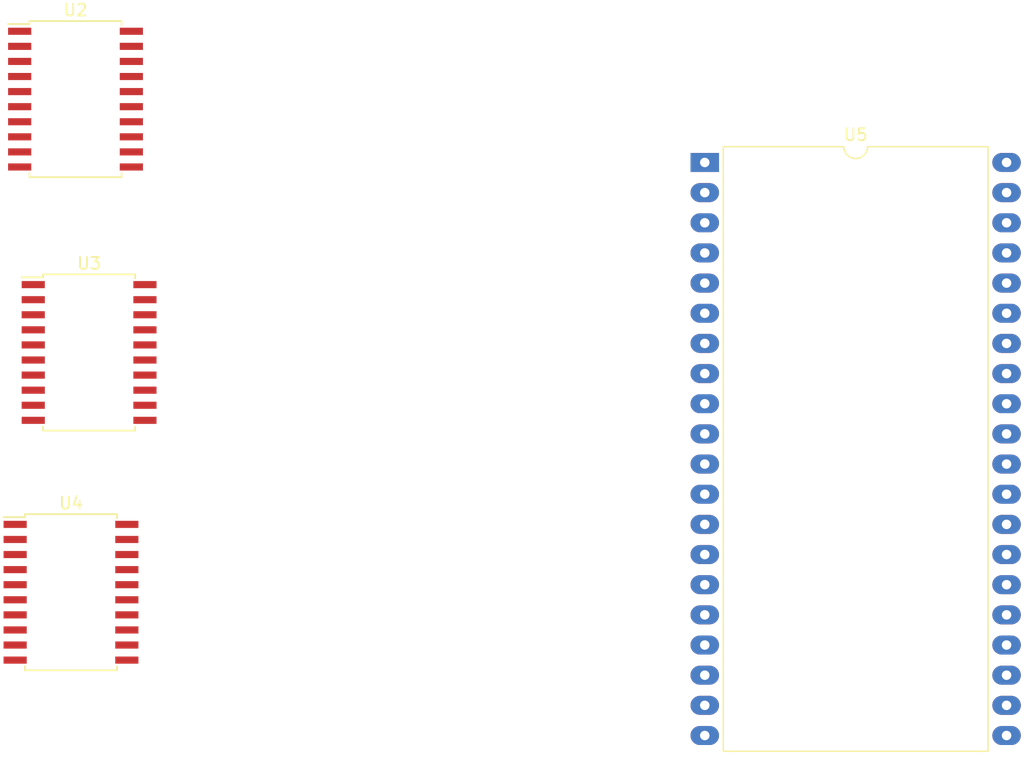
<source format=kicad_pcb>
(kicad_pcb (version 4) (host pcbnew 4.0.7)

  (general
    (links 43)
    (no_connects 43)
    (area 0 0 0 0)
    (thickness 1.6)
    (drawings 0)
    (tracks 0)
    (zones 0)
    (modules 4)
    (nets 58)
  )

  (page A4)
  (layers
    (0 F.Cu signal)
    (31 B.Cu signal)
    (32 B.Adhes user)
    (33 F.Adhes user)
    (34 B.Paste user)
    (35 F.Paste user)
    (36 B.SilkS user)
    (37 F.SilkS user)
    (38 B.Mask user)
    (39 F.Mask user)
    (40 Dwgs.User user)
    (41 Cmts.User user)
    (42 Eco1.User user)
    (43 Eco2.User user)
    (44 Edge.Cuts user)
    (45 Margin user)
    (46 B.CrtYd user)
    (47 F.CrtYd user)
    (48 B.Fab user)
    (49 F.Fab user)
  )

  (setup
    (last_trace_width 0.25)
    (trace_clearance 0.2)
    (zone_clearance 0.508)
    (zone_45_only no)
    (trace_min 0.2)
    (segment_width 0.2)
    (edge_width 0.15)
    (via_size 0.6)
    (via_drill 0.4)
    (via_min_size 0.4)
    (via_min_drill 0.3)
    (uvia_size 0.3)
    (uvia_drill 0.1)
    (uvias_allowed no)
    (uvia_min_size 0.2)
    (uvia_min_drill 0.1)
    (pcb_text_width 0.3)
    (pcb_text_size 1.5 1.5)
    (mod_edge_width 0.15)
    (mod_text_size 1 1)
    (mod_text_width 0.15)
    (pad_size 1.524 1.524)
    (pad_drill 0.762)
    (pad_to_mask_clearance 0.2)
    (aux_axis_origin 0 0)
    (visible_elements 7FFFFFFF)
    (pcbplotparams
      (layerselection 0x00030_80000001)
      (usegerberextensions false)
      (excludeedgelayer true)
      (linewidth 0.100000)
      (plotframeref false)
      (viasonmask false)
      (mode 1)
      (useauxorigin false)
      (hpglpennumber 1)
      (hpglpenspeed 20)
      (hpglpendiameter 15)
      (hpglpenoverlay 2)
      (psnegative false)
      (psa4output false)
      (plotreference true)
      (plotvalue true)
      (plotinvisibletext false)
      (padsonsilk false)
      (subtractmaskfromsilk false)
      (outputformat 1)
      (mirror false)
      (drillshape 1)
      (scaleselection 1)
      (outputdirectory ""))
  )

  (net 0 "")
  (net 1 GND)
  (net 2 /RC16)
  (net 3 /RC20)
  (net 4 /PHI2o)
  (net 5 /RC17)
  (net 6 /SYNC)
  (net 7 /RC18)
  (net 8 /RC19)
  (net 9 /RW)
  (net 10 /RC23)
  (net 11 /IRQ)
  (net 12 /NMI)
  (net 13 /RC22)
  (net 14 /RESET)
  (net 15 /RC21)
  (net 16 /PHI0)
  (net 17 /RDY)
  (net 18 VCC)
  (net 19 /D0)
  (net 20 /D1)
  (net 21 /D2)
  (net 22 /D3)
  (net 23 /D4)
  (net 24 /D5)
  (net 25 /D6)
  (net 26 /D7)
  (net 27 /RD7)
  (net 28 /RD6)
  (net 29 /RD5)
  (net 30 /RD4)
  (net 31 /RD3)
  (net 32 /RD2)
  (net 33 /RD1)
  (net 34 /RD0)
  (net 35 /RC25)
  (net 36 /A7)
  (net 37 /A6)
  (net 38 /A5)
  (net 39 /A4)
  (net 40 /A3)
  (net 41 /A2)
  (net 42 /A1)
  (net 43 /A0)
  (net 44 /RC24)
  (net 45 /A12)
  (net 46 /PH1o)
  (net 47 /A13)
  (net 48 /NC)
  (net 49 /A14)
  (net 50 /ML)
  (net 51 /A15)
  (net 52 "Net-(U5-Pad35)")
  (net 53 /A8)
  (net 54 /A9)
  (net 55 /SO)
  (net 56 /A10)
  (net 57 /A11)

  (net_class Default "This is the default net class."
    (clearance 0.2)
    (trace_width 0.25)
    (via_dia 0.6)
    (via_drill 0.4)
    (uvia_dia 0.3)
    (uvia_drill 0.1)
    (add_net /A0)
    (add_net /A1)
    (add_net /A10)
    (add_net /A11)
    (add_net /A12)
    (add_net /A13)
    (add_net /A14)
    (add_net /A15)
    (add_net /A2)
    (add_net /A3)
    (add_net /A4)
    (add_net /A5)
    (add_net /A6)
    (add_net /A7)
    (add_net /A8)
    (add_net /A9)
    (add_net /D0)
    (add_net /D1)
    (add_net /D2)
    (add_net /D3)
    (add_net /D4)
    (add_net /D5)
    (add_net /D6)
    (add_net /D7)
    (add_net /IRQ)
    (add_net /ML)
    (add_net /NC)
    (add_net /NMI)
    (add_net /PH1o)
    (add_net /PHI0)
    (add_net /PHI2o)
    (add_net /RC16)
    (add_net /RC17)
    (add_net /RC18)
    (add_net /RC19)
    (add_net /RC20)
    (add_net /RC21)
    (add_net /RC22)
    (add_net /RC23)
    (add_net /RC24)
    (add_net /RC25)
    (add_net /RD0)
    (add_net /RD1)
    (add_net /RD2)
    (add_net /RD3)
    (add_net /RD4)
    (add_net /RD5)
    (add_net /RD6)
    (add_net /RD7)
    (add_net /RDY)
    (add_net /RESET)
    (add_net /RW)
    (add_net /SO)
    (add_net /SYNC)
    (add_net GND)
    (add_net "Net-(U5-Pad35)")
    (add_net VCC)
  )

  (module Housings_SOIC:SOIC-20W_7.5x12.8mm_Pitch1.27mm (layer F.Cu) (tedit 58CC8F64) (tstamp 5AB92AA5)
    (at 137.9474 63.6397)
    (descr "20-Lead Plastic Small Outline (SO) - Wide, 7.50 mm Body [SOIC] (see Microchip Packaging Specification 00000049BS.pdf)")
    (tags "SOIC 1.27")
    (path /5AB91284)
    (attr smd)
    (fp_text reference U2 (at 0 -7.5) (layer F.SilkS)
      (effects (font (size 1 1) (thickness 0.15)))
    )
    (fp_text value 74HC245 (at 0 7.5) (layer F.Fab)
      (effects (font (size 1 1) (thickness 0.15)))
    )
    (fp_text user %R (at 0 0) (layer F.Fab)
      (effects (font (size 1 1) (thickness 0.15)))
    )
    (fp_line (start -2.75 -6.4) (end 3.75 -6.4) (layer F.Fab) (width 0.15))
    (fp_line (start 3.75 -6.4) (end 3.75 6.4) (layer F.Fab) (width 0.15))
    (fp_line (start 3.75 6.4) (end -3.75 6.4) (layer F.Fab) (width 0.15))
    (fp_line (start -3.75 6.4) (end -3.75 -5.4) (layer F.Fab) (width 0.15))
    (fp_line (start -3.75 -5.4) (end -2.75 -6.4) (layer F.Fab) (width 0.15))
    (fp_line (start -5.95 -6.75) (end -5.95 6.75) (layer F.CrtYd) (width 0.05))
    (fp_line (start 5.95 -6.75) (end 5.95 6.75) (layer F.CrtYd) (width 0.05))
    (fp_line (start -5.95 -6.75) (end 5.95 -6.75) (layer F.CrtYd) (width 0.05))
    (fp_line (start -5.95 6.75) (end 5.95 6.75) (layer F.CrtYd) (width 0.05))
    (fp_line (start -3.875 -6.575) (end -3.875 -6.325) (layer F.SilkS) (width 0.15))
    (fp_line (start 3.875 -6.575) (end 3.875 -6.24) (layer F.SilkS) (width 0.15))
    (fp_line (start 3.875 6.575) (end 3.875 6.24) (layer F.SilkS) (width 0.15))
    (fp_line (start -3.875 6.575) (end -3.875 6.24) (layer F.SilkS) (width 0.15))
    (fp_line (start -3.875 -6.575) (end 3.875 -6.575) (layer F.SilkS) (width 0.15))
    (fp_line (start -3.875 6.575) (end 3.875 6.575) (layer F.SilkS) (width 0.15))
    (fp_line (start -3.875 -6.325) (end -5.675 -6.325) (layer F.SilkS) (width 0.15))
    (pad 1 smd rect (at -4.7 -5.715) (size 1.95 0.6) (layers F.Cu F.Paste F.Mask)
      (net 1 GND))
    (pad 2 smd rect (at -4.7 -4.445) (size 1.95 0.6) (layers F.Cu F.Paste F.Mask)
      (net 2 /RC16))
    (pad 3 smd rect (at -4.7 -3.175) (size 1.95 0.6) (layers F.Cu F.Paste F.Mask)
      (net 3 /RC20))
    (pad 4 smd rect (at -4.7 -1.905) (size 1.95 0.6) (layers F.Cu F.Paste F.Mask)
      (net 4 /PHI2o))
    (pad 5 smd rect (at -4.7 -0.635) (size 1.95 0.6) (layers F.Cu F.Paste F.Mask)
      (net 5 /RC17))
    (pad 6 smd rect (at -4.7 0.635) (size 1.95 0.6) (layers F.Cu F.Paste F.Mask)
      (net 6 /SYNC))
    (pad 7 smd rect (at -4.7 1.905) (size 1.95 0.6) (layers F.Cu F.Paste F.Mask)
      (net 7 /RC18))
    (pad 8 smd rect (at -4.7 3.175) (size 1.95 0.6) (layers F.Cu F.Paste F.Mask)
      (net 8 /RC19))
    (pad 9 smd rect (at -4.7 4.445) (size 1.95 0.6) (layers F.Cu F.Paste F.Mask)
      (net 9 /RW))
    (pad 10 smd rect (at -4.7 5.715) (size 1.95 0.6) (layers F.Cu F.Paste F.Mask)
      (net 1 GND))
    (pad 11 smd rect (at 4.7 5.715) (size 1.95 0.6) (layers F.Cu F.Paste F.Mask)
      (net 10 /RC23))
    (pad 12 smd rect (at 4.7 4.445) (size 1.95 0.6) (layers F.Cu F.Paste F.Mask)
      (net 11 /IRQ))
    (pad 13 smd rect (at 4.7 3.175) (size 1.95 0.6) (layers F.Cu F.Paste F.Mask)
      (net 12 /NMI))
    (pad 14 smd rect (at 4.7 1.905) (size 1.95 0.6) (layers F.Cu F.Paste F.Mask)
      (net 13 /RC22))
    (pad 15 smd rect (at 4.7 0.635) (size 1.95 0.6) (layers F.Cu F.Paste F.Mask)
      (net 14 /RESET))
    (pad 16 smd rect (at 4.7 -0.635) (size 1.95 0.6) (layers F.Cu F.Paste F.Mask)
      (net 15 /RC21))
    (pad 17 smd rect (at 4.7 -1.905) (size 1.95 0.6) (layers F.Cu F.Paste F.Mask)
      (net 16 /PHI0))
    (pad 18 smd rect (at 4.7 -3.175) (size 1.95 0.6) (layers F.Cu F.Paste F.Mask)
      (net 17 /RDY))
    (pad 19 smd rect (at 4.7 -4.445) (size 1.95 0.6) (layers F.Cu F.Paste F.Mask)
      (net 1 GND))
    (pad 20 smd rect (at 4.7 -5.715) (size 1.95 0.6) (layers F.Cu F.Paste F.Mask)
      (net 18 VCC))
    (model ${KISYS3DMOD}/Housings_SOIC.3dshapes/SOIC-20W_7.5x12.8mm_Pitch1.27mm.wrl
      (at (xyz 0 0 0))
      (scale (xyz 1 1 1))
      (rotate (xyz 0 0 0))
    )
  )

  (module Housings_SOIC:SOIC-20W_7.5x12.8mm_Pitch1.27mm (layer F.Cu) (tedit 58CC8F64) (tstamp 5AB92ACE)
    (at 139.0904 84.9757)
    (descr "20-Lead Plastic Small Outline (SO) - Wide, 7.50 mm Body [SOIC] (see Microchip Packaging Specification 00000049BS.pdf)")
    (tags "SOIC 1.27")
    (path /5AB9135B)
    (attr smd)
    (fp_text reference U3 (at 0 -7.5) (layer F.SilkS)
      (effects (font (size 1 1) (thickness 0.15)))
    )
    (fp_text value 74HC245 (at 0 7.5) (layer F.Fab)
      (effects (font (size 1 1) (thickness 0.15)))
    )
    (fp_text user %R (at 0 0) (layer F.Fab)
      (effects (font (size 1 1) (thickness 0.15)))
    )
    (fp_line (start -2.75 -6.4) (end 3.75 -6.4) (layer F.Fab) (width 0.15))
    (fp_line (start 3.75 -6.4) (end 3.75 6.4) (layer F.Fab) (width 0.15))
    (fp_line (start 3.75 6.4) (end -3.75 6.4) (layer F.Fab) (width 0.15))
    (fp_line (start -3.75 6.4) (end -3.75 -5.4) (layer F.Fab) (width 0.15))
    (fp_line (start -3.75 -5.4) (end -2.75 -6.4) (layer F.Fab) (width 0.15))
    (fp_line (start -5.95 -6.75) (end -5.95 6.75) (layer F.CrtYd) (width 0.05))
    (fp_line (start 5.95 -6.75) (end 5.95 6.75) (layer F.CrtYd) (width 0.05))
    (fp_line (start -5.95 -6.75) (end 5.95 -6.75) (layer F.CrtYd) (width 0.05))
    (fp_line (start -5.95 6.75) (end 5.95 6.75) (layer F.CrtYd) (width 0.05))
    (fp_line (start -3.875 -6.575) (end -3.875 -6.325) (layer F.SilkS) (width 0.15))
    (fp_line (start 3.875 -6.575) (end 3.875 -6.24) (layer F.SilkS) (width 0.15))
    (fp_line (start 3.875 6.575) (end 3.875 6.24) (layer F.SilkS) (width 0.15))
    (fp_line (start -3.875 6.575) (end -3.875 6.24) (layer F.SilkS) (width 0.15))
    (fp_line (start -3.875 -6.575) (end 3.875 -6.575) (layer F.SilkS) (width 0.15))
    (fp_line (start -3.875 6.575) (end 3.875 6.575) (layer F.SilkS) (width 0.15))
    (fp_line (start -3.875 -6.325) (end -5.675 -6.325) (layer F.SilkS) (width 0.15))
    (pad 1 smd rect (at -4.7 -5.715) (size 1.95 0.6) (layers F.Cu F.Paste F.Mask)
      (net 9 /RW))
    (pad 2 smd rect (at -4.7 -4.445) (size 1.95 0.6) (layers F.Cu F.Paste F.Mask)
      (net 19 /D0))
    (pad 3 smd rect (at -4.7 -3.175) (size 1.95 0.6) (layers F.Cu F.Paste F.Mask)
      (net 20 /D1))
    (pad 4 smd rect (at -4.7 -1.905) (size 1.95 0.6) (layers F.Cu F.Paste F.Mask)
      (net 21 /D2))
    (pad 5 smd rect (at -4.7 -0.635) (size 1.95 0.6) (layers F.Cu F.Paste F.Mask)
      (net 22 /D3))
    (pad 6 smd rect (at -4.7 0.635) (size 1.95 0.6) (layers F.Cu F.Paste F.Mask)
      (net 23 /D4))
    (pad 7 smd rect (at -4.7 1.905) (size 1.95 0.6) (layers F.Cu F.Paste F.Mask)
      (net 24 /D5))
    (pad 8 smd rect (at -4.7 3.175) (size 1.95 0.6) (layers F.Cu F.Paste F.Mask)
      (net 25 /D6))
    (pad 9 smd rect (at -4.7 4.445) (size 1.95 0.6) (layers F.Cu F.Paste F.Mask)
      (net 26 /D7))
    (pad 10 smd rect (at -4.7 5.715) (size 1.95 0.6) (layers F.Cu F.Paste F.Mask)
      (net 1 GND))
    (pad 11 smd rect (at 4.7 5.715) (size 1.95 0.6) (layers F.Cu F.Paste F.Mask)
      (net 27 /RD7))
    (pad 12 smd rect (at 4.7 4.445) (size 1.95 0.6) (layers F.Cu F.Paste F.Mask)
      (net 28 /RD6))
    (pad 13 smd rect (at 4.7 3.175) (size 1.95 0.6) (layers F.Cu F.Paste F.Mask)
      (net 29 /RD5))
    (pad 14 smd rect (at 4.7 1.905) (size 1.95 0.6) (layers F.Cu F.Paste F.Mask)
      (net 30 /RD4))
    (pad 15 smd rect (at 4.7 0.635) (size 1.95 0.6) (layers F.Cu F.Paste F.Mask)
      (net 31 /RD3))
    (pad 16 smd rect (at 4.7 -0.635) (size 1.95 0.6) (layers F.Cu F.Paste F.Mask)
      (net 32 /RD2))
    (pad 17 smd rect (at 4.7 -1.905) (size 1.95 0.6) (layers F.Cu F.Paste F.Mask)
      (net 33 /RD1))
    (pad 18 smd rect (at 4.7 -3.175) (size 1.95 0.6) (layers F.Cu F.Paste F.Mask)
      (net 34 /RD0))
    (pad 19 smd rect (at 4.7 -4.445) (size 1.95 0.6) (layers F.Cu F.Paste F.Mask)
      (net 35 /RC25))
    (pad 20 smd rect (at 4.7 -5.715) (size 1.95 0.6) (layers F.Cu F.Paste F.Mask)
      (net 18 VCC))
    (model ${KISYS3DMOD}/Housings_SOIC.3dshapes/SOIC-20W_7.5x12.8mm_Pitch1.27mm.wrl
      (at (xyz 0 0 0))
      (scale (xyz 1 1 1))
      (rotate (xyz 0 0 0))
    )
  )

  (module Housings_SOIC:SOIC-20W_7.5x12.8mm_Pitch1.27mm (layer F.Cu) (tedit 58CC8F64) (tstamp 5AB92AF7)
    (at 137.5664 105.1687)
    (descr "20-Lead Plastic Small Outline (SO) - Wide, 7.50 mm Body [SOIC] (see Microchip Packaging Specification 00000049BS.pdf)")
    (tags "SOIC 1.27")
    (path /5AB91494)
    (attr smd)
    (fp_text reference U4 (at 0 -7.5) (layer F.SilkS)
      (effects (font (size 1 1) (thickness 0.15)))
    )
    (fp_text value 74HC245 (at 0 7.5) (layer F.Fab)
      (effects (font (size 1 1) (thickness 0.15)))
    )
    (fp_text user %R (at 0 0) (layer F.Fab)
      (effects (font (size 1 1) (thickness 0.15)))
    )
    (fp_line (start -2.75 -6.4) (end 3.75 -6.4) (layer F.Fab) (width 0.15))
    (fp_line (start 3.75 -6.4) (end 3.75 6.4) (layer F.Fab) (width 0.15))
    (fp_line (start 3.75 6.4) (end -3.75 6.4) (layer F.Fab) (width 0.15))
    (fp_line (start -3.75 6.4) (end -3.75 -5.4) (layer F.Fab) (width 0.15))
    (fp_line (start -3.75 -5.4) (end -2.75 -6.4) (layer F.Fab) (width 0.15))
    (fp_line (start -5.95 -6.75) (end -5.95 6.75) (layer F.CrtYd) (width 0.05))
    (fp_line (start 5.95 -6.75) (end 5.95 6.75) (layer F.CrtYd) (width 0.05))
    (fp_line (start -5.95 -6.75) (end 5.95 -6.75) (layer F.CrtYd) (width 0.05))
    (fp_line (start -5.95 6.75) (end 5.95 6.75) (layer F.CrtYd) (width 0.05))
    (fp_line (start -3.875 -6.575) (end -3.875 -6.325) (layer F.SilkS) (width 0.15))
    (fp_line (start 3.875 -6.575) (end 3.875 -6.24) (layer F.SilkS) (width 0.15))
    (fp_line (start 3.875 6.575) (end 3.875 6.24) (layer F.SilkS) (width 0.15))
    (fp_line (start -3.875 6.575) (end -3.875 6.24) (layer F.SilkS) (width 0.15))
    (fp_line (start -3.875 -6.575) (end 3.875 -6.575) (layer F.SilkS) (width 0.15))
    (fp_line (start -3.875 6.575) (end 3.875 6.575) (layer F.SilkS) (width 0.15))
    (fp_line (start -3.875 -6.325) (end -5.675 -6.325) (layer F.SilkS) (width 0.15))
    (pad 1 smd rect (at -4.7 -5.715) (size 1.95 0.6) (layers F.Cu F.Paste F.Mask)
      (net 1 GND))
    (pad 2 smd rect (at -4.7 -4.445) (size 1.95 0.6) (layers F.Cu F.Paste F.Mask)
      (net 34 /RD0))
    (pad 3 smd rect (at -4.7 -3.175) (size 1.95 0.6) (layers F.Cu F.Paste F.Mask)
      (net 33 /RD1))
    (pad 4 smd rect (at -4.7 -1.905) (size 1.95 0.6) (layers F.Cu F.Paste F.Mask)
      (net 32 /RD2))
    (pad 5 smd rect (at -4.7 -0.635) (size 1.95 0.6) (layers F.Cu F.Paste F.Mask)
      (net 31 /RD3))
    (pad 6 smd rect (at -4.7 0.635) (size 1.95 0.6) (layers F.Cu F.Paste F.Mask)
      (net 30 /RD4))
    (pad 7 smd rect (at -4.7 1.905) (size 1.95 0.6) (layers F.Cu F.Paste F.Mask)
      (net 29 /RD5))
    (pad 8 smd rect (at -4.7 3.175) (size 1.95 0.6) (layers F.Cu F.Paste F.Mask)
      (net 28 /RD6))
    (pad 9 smd rect (at -4.7 4.445) (size 1.95 0.6) (layers F.Cu F.Paste F.Mask)
      (net 27 /RD7))
    (pad 10 smd rect (at -4.7 5.715) (size 1.95 0.6) (layers F.Cu F.Paste F.Mask)
      (net 1 GND))
    (pad 11 smd rect (at 4.7 5.715) (size 1.95 0.6) (layers F.Cu F.Paste F.Mask)
      (net 36 /A7))
    (pad 12 smd rect (at 4.7 4.445) (size 1.95 0.6) (layers F.Cu F.Paste F.Mask)
      (net 37 /A6))
    (pad 13 smd rect (at 4.7 3.175) (size 1.95 0.6) (layers F.Cu F.Paste F.Mask)
      (net 38 /A5))
    (pad 14 smd rect (at 4.7 1.905) (size 1.95 0.6) (layers F.Cu F.Paste F.Mask)
      (net 39 /A4))
    (pad 15 smd rect (at 4.7 0.635) (size 1.95 0.6) (layers F.Cu F.Paste F.Mask)
      (net 40 /A3))
    (pad 16 smd rect (at 4.7 -0.635) (size 1.95 0.6) (layers F.Cu F.Paste F.Mask)
      (net 41 /A2))
    (pad 17 smd rect (at 4.7 -1.905) (size 1.95 0.6) (layers F.Cu F.Paste F.Mask)
      (net 42 /A1))
    (pad 18 smd rect (at 4.7 -3.175) (size 1.95 0.6) (layers F.Cu F.Paste F.Mask)
      (net 43 /A0))
    (pad 19 smd rect (at 4.7 -4.445) (size 1.95 0.6) (layers F.Cu F.Paste F.Mask)
      (net 44 /RC24))
    (pad 20 smd rect (at 4.7 -5.715) (size 1.95 0.6) (layers F.Cu F.Paste F.Mask)
      (net 18 VCC))
    (model ${KISYS3DMOD}/Housings_SOIC.3dshapes/SOIC-20W_7.5x12.8mm_Pitch1.27mm.wrl
      (at (xyz 0 0 0))
      (scale (xyz 1 1 1))
      (rotate (xyz 0 0 0))
    )
  )

  (module Housings_DIP:DIP-40_W25.4mm_LongPads (layer F.Cu) (tedit 59C78D6C) (tstamp 5AB92B33)
    (at 190.9064 68.9737)
    (descr "40-lead though-hole mounted DIP package, row spacing 25.4 mm (1000 mils), LongPads")
    (tags "THT DIP DIL PDIP 2.54mm 25.4mm 1000mil LongPads")
    (path /5AB911E3)
    (fp_text reference U5 (at 12.7 -2.33) (layer F.SilkS)
      (effects (font (size 1 1) (thickness 0.15)))
    )
    (fp_text value WD65C02 (at 12.7 50.59) (layer F.Fab)
      (effects (font (size 1 1) (thickness 0.15)))
    )
    (fp_arc (start 12.7 -1.33) (end 11.7 -1.33) (angle -180) (layer F.SilkS) (width 0.12))
    (fp_line (start 1.255 -1.27) (end 25.145 -1.27) (layer F.Fab) (width 0.1))
    (fp_line (start 25.145 -1.27) (end 25.145 49.53) (layer F.Fab) (width 0.1))
    (fp_line (start 25.145 49.53) (end 0.255 49.53) (layer F.Fab) (width 0.1))
    (fp_line (start 0.255 49.53) (end 0.255 -0.27) (layer F.Fab) (width 0.1))
    (fp_line (start 0.255 -0.27) (end 1.255 -1.27) (layer F.Fab) (width 0.1))
    (fp_line (start 11.7 -1.33) (end 1.56 -1.33) (layer F.SilkS) (width 0.12))
    (fp_line (start 1.56 -1.33) (end 1.56 49.59) (layer F.SilkS) (width 0.12))
    (fp_line (start 1.56 49.59) (end 23.84 49.59) (layer F.SilkS) (width 0.12))
    (fp_line (start 23.84 49.59) (end 23.84 -1.33) (layer F.SilkS) (width 0.12))
    (fp_line (start 23.84 -1.33) (end 13.7 -1.33) (layer F.SilkS) (width 0.12))
    (fp_line (start -1.45 -1.55) (end -1.45 49.8) (layer F.CrtYd) (width 0.05))
    (fp_line (start -1.45 49.8) (end 26.85 49.8) (layer F.CrtYd) (width 0.05))
    (fp_line (start 26.85 49.8) (end 26.85 -1.55) (layer F.CrtYd) (width 0.05))
    (fp_line (start 26.85 -1.55) (end -1.45 -1.55) (layer F.CrtYd) (width 0.05))
    (fp_text user %R (at 12.7 24.13) (layer F.Fab)
      (effects (font (size 1 1) (thickness 0.15)))
    )
    (pad 1 thru_hole rect (at 0 0) (size 2.4 1.6) (drill 0.8) (layers *.Cu *.Mask)
      (net 1 GND))
    (pad 21 thru_hole oval (at 25.4 48.26) (size 2.4 1.6) (drill 0.8) (layers *.Cu *.Mask)
      (net 1 GND))
    (pad 2 thru_hole oval (at 0 2.54) (size 2.4 1.6) (drill 0.8) (layers *.Cu *.Mask)
      (net 17 /RDY))
    (pad 22 thru_hole oval (at 25.4 45.72) (size 2.4 1.6) (drill 0.8) (layers *.Cu *.Mask)
      (net 45 /A12))
    (pad 3 thru_hole oval (at 0 5.08) (size 2.4 1.6) (drill 0.8) (layers *.Cu *.Mask)
      (net 46 /PH1o))
    (pad 23 thru_hole oval (at 25.4 43.18) (size 2.4 1.6) (drill 0.8) (layers *.Cu *.Mask)
      (net 47 /A13))
    (pad 4 thru_hole oval (at 0 7.62) (size 2.4 1.6) (drill 0.8) (layers *.Cu *.Mask)
      (net 48 /NC))
    (pad 24 thru_hole oval (at 25.4 40.64) (size 2.4 1.6) (drill 0.8) (layers *.Cu *.Mask)
      (net 49 /A14))
    (pad 5 thru_hole oval (at 0 10.16) (size 2.4 1.6) (drill 0.8) (layers *.Cu *.Mask)
      (net 50 /ML))
    (pad 25 thru_hole oval (at 25.4 38.1) (size 2.4 1.6) (drill 0.8) (layers *.Cu *.Mask)
      (net 51 /A15))
    (pad 6 thru_hole oval (at 0 12.7) (size 2.4 1.6) (drill 0.8) (layers *.Cu *.Mask)
      (net 12 /NMI))
    (pad 26 thru_hole oval (at 25.4 35.56) (size 2.4 1.6) (drill 0.8) (layers *.Cu *.Mask)
      (net 26 /D7))
    (pad 7 thru_hole oval (at 0 15.24) (size 2.4 1.6) (drill 0.8) (layers *.Cu *.Mask)
      (net 6 /SYNC))
    (pad 27 thru_hole oval (at 25.4 33.02) (size 2.4 1.6) (drill 0.8) (layers *.Cu *.Mask)
      (net 25 /D6))
    (pad 8 thru_hole oval (at 0 17.78) (size 2.4 1.6) (drill 0.8) (layers *.Cu *.Mask)
      (net 18 VCC))
    (pad 28 thru_hole oval (at 25.4 30.48) (size 2.4 1.6) (drill 0.8) (layers *.Cu *.Mask)
      (net 24 /D5))
    (pad 9 thru_hole oval (at 0 20.32) (size 2.4 1.6) (drill 0.8) (layers *.Cu *.Mask)
      (net 43 /A0))
    (pad 29 thru_hole oval (at 25.4 27.94) (size 2.4 1.6) (drill 0.8) (layers *.Cu *.Mask)
      (net 23 /D4))
    (pad 10 thru_hole oval (at 0 22.86) (size 2.4 1.6) (drill 0.8) (layers *.Cu *.Mask)
      (net 42 /A1))
    (pad 30 thru_hole oval (at 25.4 25.4) (size 2.4 1.6) (drill 0.8) (layers *.Cu *.Mask)
      (net 22 /D3))
    (pad 11 thru_hole oval (at 0 25.4) (size 2.4 1.6) (drill 0.8) (layers *.Cu *.Mask)
      (net 41 /A2))
    (pad 31 thru_hole oval (at 25.4 22.86) (size 2.4 1.6) (drill 0.8) (layers *.Cu *.Mask)
      (net 21 /D2))
    (pad 12 thru_hole oval (at 0 27.94) (size 2.4 1.6) (drill 0.8) (layers *.Cu *.Mask)
      (net 40 /A3))
    (pad 32 thru_hole oval (at 25.4 20.32) (size 2.4 1.6) (drill 0.8) (layers *.Cu *.Mask)
      (net 20 /D1))
    (pad 13 thru_hole oval (at 0 30.48) (size 2.4 1.6) (drill 0.8) (layers *.Cu *.Mask)
      (net 39 /A4))
    (pad 33 thru_hole oval (at 25.4 17.78) (size 2.4 1.6) (drill 0.8) (layers *.Cu *.Mask)
      (net 19 /D0))
    (pad 14 thru_hole oval (at 0 33.02) (size 2.4 1.6) (drill 0.8) (layers *.Cu *.Mask)
      (net 38 /A5))
    (pad 34 thru_hole oval (at 25.4 15.24) (size 2.4 1.6) (drill 0.8) (layers *.Cu *.Mask)
      (net 9 /RW))
    (pad 15 thru_hole oval (at 0 35.56) (size 2.4 1.6) (drill 0.8) (layers *.Cu *.Mask)
      (net 37 /A6))
    (pad 35 thru_hole oval (at 25.4 12.7) (size 2.4 1.6) (drill 0.8) (layers *.Cu *.Mask)
      (net 52 "Net-(U5-Pad35)"))
    (pad 16 thru_hole oval (at 0 38.1) (size 2.4 1.6) (drill 0.8) (layers *.Cu *.Mask)
      (net 36 /A7))
    (pad 36 thru_hole oval (at 25.4 10.16) (size 2.4 1.6) (drill 0.8) (layers *.Cu *.Mask)
      (net 48 /NC))
    (pad 17 thru_hole oval (at 0 40.64) (size 2.4 1.6) (drill 0.8) (layers *.Cu *.Mask)
      (net 53 /A8))
    (pad 37 thru_hole oval (at 25.4 7.62) (size 2.4 1.6) (drill 0.8) (layers *.Cu *.Mask)
      (net 16 /PHI0))
    (pad 18 thru_hole oval (at 0 43.18) (size 2.4 1.6) (drill 0.8) (layers *.Cu *.Mask)
      (net 54 /A9))
    (pad 38 thru_hole oval (at 25.4 5.08) (size 2.4 1.6) (drill 0.8) (layers *.Cu *.Mask)
      (net 55 /SO))
    (pad 19 thru_hole oval (at 0 45.72) (size 2.4 1.6) (drill 0.8) (layers *.Cu *.Mask)
      (net 56 /A10))
    (pad 39 thru_hole oval (at 25.4 2.54) (size 2.4 1.6) (drill 0.8) (layers *.Cu *.Mask)
      (net 4 /PHI2o))
    (pad 20 thru_hole oval (at 0 48.26) (size 2.4 1.6) (drill 0.8) (layers *.Cu *.Mask)
      (net 57 /A11))
    (pad 40 thru_hole oval (at 25.4 0) (size 2.4 1.6) (drill 0.8) (layers *.Cu *.Mask)
      (net 14 /RESET))
    (model ${KISYS3DMOD}/Housings_DIP.3dshapes/DIP-40_W25.4mm.wrl
      (at (xyz 0 0 0))
      (scale (xyz 1 1 1))
      (rotate (xyz 0 0 0))
    )
  )

)

</source>
